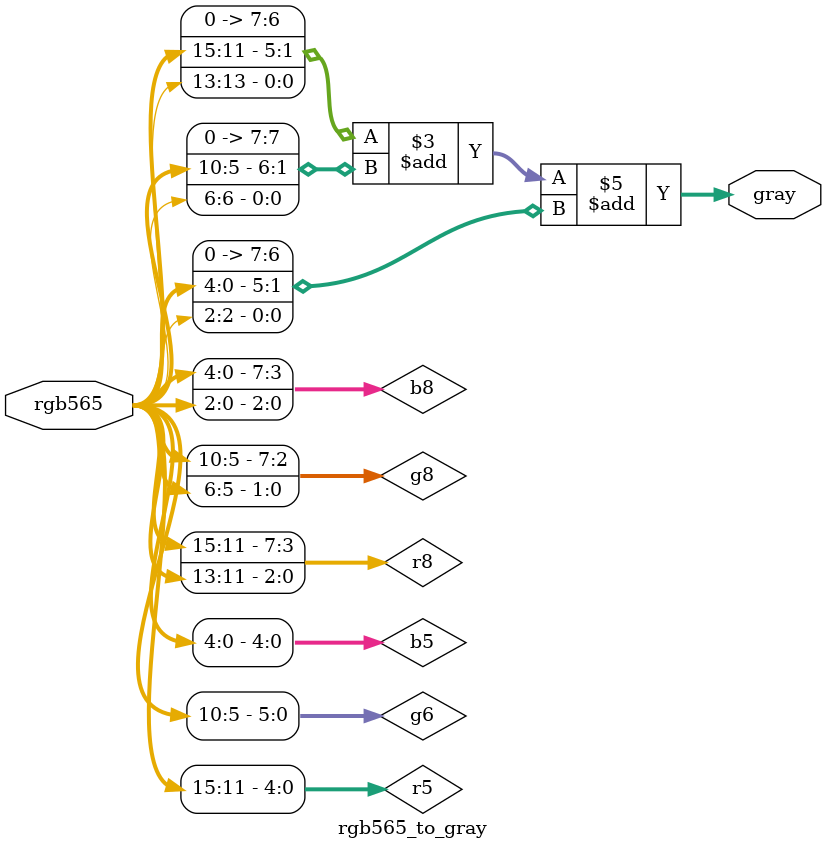
<source format=v>
`timescale 1ns / 1ps

module rgb565_to_gray(
    input  [15:0] rgb565,
    output [7:0] gray
);

    wire [4:0] r5 = rgb565[15:11];
    wire [5:0] g6 = rgb565[10:5];
    wire [4:0] b5 = rgb565[4:0];

    wire [7:0] r8 = {r5, r5[2:0]};
    wire [7:0] g8 = {g6, g6[1:0]};
    wire [7:0] b8 = {b5, b5[2:0]};

    assign gray = (r8>>2) + (g8>>1) + (b8>>2);

endmodule


</source>
